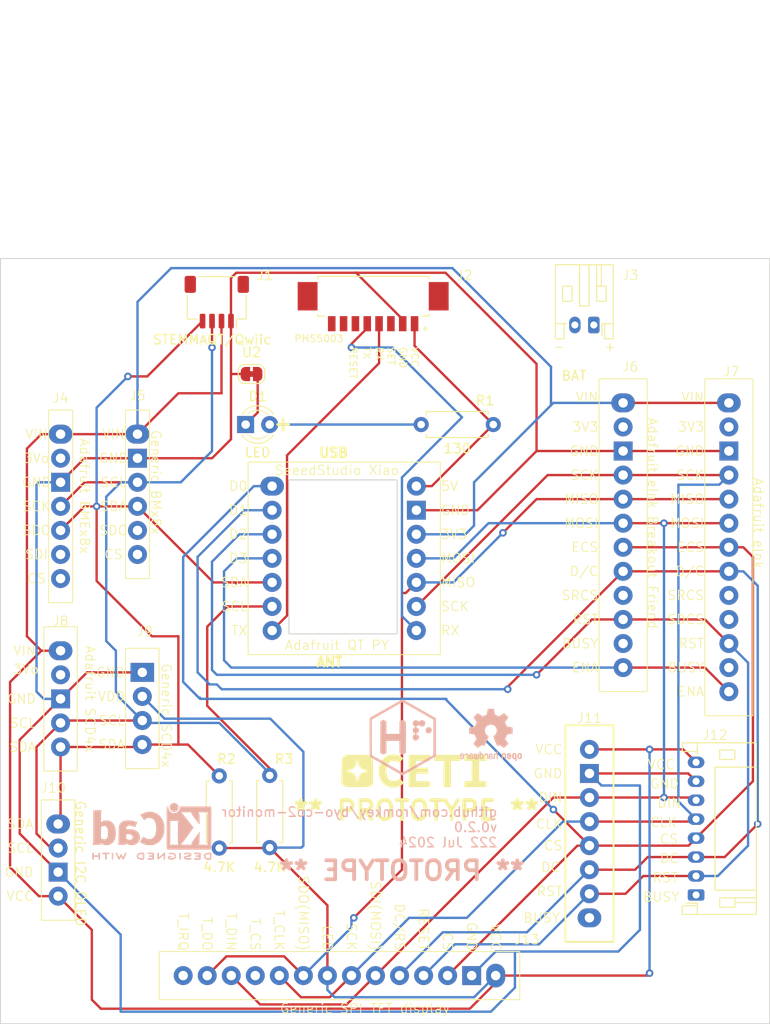
<source format=kicad_pcb>
(kicad_pcb (version 20240108) (generator "pcbnew") (generator_version "8.0")
  (title_block (title "BYO CO2 Monitor Prototype") (date "2024-07-22") (rev "0.2.0") (company "PDX Hackerspace / CETI Institute") (comment 1 "John Romkey"))
  (layers (0 "F.Cu" signal) (31 "B.Cu" signal) (34 "B.Paste" user) (35 "F.Paste" user) (36 "B.SilkS" user "B.Silkscreen") (37 "F.SilkS" user "F.Silkscreen") (38 "B.Mask" user) (39 "F.Mask" user) (44 "Edge.Cuts" user))
  (net 0 "")
  (net 1 "+3.3V")
  (net 2 "GND")
  (net 3 "/SCL")
  (net 4 "/SDA")
  (net 5 "/SCK")
  (net 6 "/SDI")
  (net 7 "/SDO")
  (net 8 "/D_CS")
  (net 9 "/DC")
  (net 10 "/D_RST")
  (net 11 "/D_ENA")
  (net 12 "+5V")
  (net 13 "/CPU_TX")
  (net 14 "/CPU_RX")
  (net 19 "Net-(D1-K)")
  (net 20 "Net-(D1-A)")
  (footprint "LED_THT:LED_D3.0mm" (layer "F.Cu") (at 73.401 58.166)
    (property "Reference" "D1")
    (property "Value" "LED")
  )
  (footprint "MountingHole:MountingHole_2.7mm_M2.5" (layer "F.Cu") (at 50.546 118.364)
    (property "Reference" "H3" (hide yes))
    (property "Value" "MountingHole" (hide yes))
  )
  (footprint "Connector_JST:JST_SH_SM04B-SRSS-TB_1x04-1MP_P1.00mm_Horizontal" (layer "F.Cu") (at 70.352 45.244 180)
    (property "Reference" "J1")
    (property "Value" "~")
  )
  (footprint "1myFootprints:Adafruit eInk Breakout Friend" (layer "F.Cu") (at 113.284 81.28)
    (property "Reference" "J6")
    (property "Value" "~" (hide yes))
  )
  (footprint "1myFootprints:Wavshare ePaper SPI" (layer "F.Cu") (at 109.728 89.916 180)
    (property "Reference" "J11")
    (property "Value" "~" (hide yes))
  )
  (footprint "MountingHole:MountingHole_2.7mm_M2.5" (layer "F.Cu") (at 50.8 43.942)
    (property "Reference" "H1" (hide yes))
    (property "Value" "MountingHole" (hide yes))
  )
  (footprint "1myFootprints:Waveshare ePaper SPI JST" (layer "F.Cu") (at 122.994 91.1215 180)
    (property "Reference" "J12")
    (property "Value" "~")
  )
  (footprint "Resistor_THT:R_Axial_DIN0207_L6.3mm_D2.5mm_P7.62mm_Horizontal" (layer "F.Cu") (at 70.612 102.87 90)
    (property "Reference" "R2")
    (property "Value" "4.7K")
  )
  (footprint "Jumper:SolderJumper-2_P1.3mm_Bridged_RoundedPad1.0x1.5mm" (layer "F.Cu") (at 74.026 52.832 180)
    (property "Reference" "U2")
    (property "Value" "~" (hide yes))
  )
  (footprint "Resistor_THT:R_Axial_DIN0207_L6.3mm_D2.5mm_P7.62mm_Horizontal" (layer "F.Cu") (at 75.946 102.824 90)
    (property "Reference" "R3")
    (property "Value" "4.7K")
  )
  (footprint "MountingHole:MountingHole_2.7mm_M2.5" (layer "F.Cu") (at 125.73 118.364)
    (property "Reference" "H4" (hide yes))
    (property "Value" "MountingHole" (hide yes))
  )
  (footprint "1myFootprints:Adafruit eInk Breakout (GENERIC)" (layer "F.Cu") (at 124.46 81.28)
    (property "Reference" "J7")
    (property "Value" "~")
  )
  (footprint "1myFootprints:PMS5003 Connector" (layer "F.Cu") (at 86.269 39.7315 180)
    (property "Reference" "J2")
    (property "Value" "~" (hide yes))
  )
  (footprint "1myFootprints:SPI_TFT_TOUCH" (layer "F.Cu") (at 64.262 118.872 -90)
    (property "Reference" "J13")
    (property "Value" "~")
  )
  (footprint "1myFootprints:CETI Institute logo" (layer "F.Cu") (at 91.544956 94.948877)
    (property "Reference" "G***" (hide yes))
    (property "Value" "LOGO" (hide yes))
  )
  (footprint "MountingHole:MountingHole_2.7mm_M2.5" (layer "F.Cu") (at 125.73 43.942)
    (property "Reference" "H2" (hide yes))
    (property "Value" "MountingHole" (hide yes))
  )
  (footprint "1myFootprints:Generic I2C OLED" (layer "F.Cu") (at 53.594 113.03)
    (property "Reference" "J10")
    (property "Value" "~" (hide yes))
  )
  (footprint "1myFootprints:Adafruit SCD4x Breakout" (layer "F.Cu") (at 53.848 97.282)
    (property "Reference" "J8")
    (property "Value" "~" (hide yes))
  )
  (footprint "Resistor_THT:R_Axial_DIN0207_L6.3mm_D2.5mm_P7.62mm_Horizontal" (layer "F.Cu") (at 99.568 58.166 180)
    (property "Reference" "R1")
    (property "Value" "130")
  )
  (footprint "1myFootprints:Generic BMx8x Breakout" (layer "F.Cu") (at 61.976 82.042)
    (property "Reference" "J5")
    (property "Value" "~" (hide yes))
  )
  (footprint "1myFootprints:Xiao ESP32S3" (layer "F.Cu") (at 81.28 84.99)
    (property "Reference" "U1" (hide yes))
    (property "Value" "~" (hide yes))
  )
  (footprint "1myFootprints:LiPo Connector" (layer "F.Cu") (at 109.188 37.508 180)
    (property "Reference" "J3")
    (property "Value" "~" (hide yes))
  )
  (footprint "1myFootprints:Generic SCD4x Breakout" (layer "F.Cu") (at 62.484 99.568)
    (property "Reference" "J9")
    (property "Value" "~" (hide yes))
  )
  (footprint "1myFootprints:Adafruit BMx8x Breakout" (layer "F.Cu") (at 53.848 82.042)
    (property "Reference" "J4")
    (property "Value" "~" (hide yes))
  )
  (footprint "1myFootprints:OSHW-Logo2_7.3x6mm_SilkScreen" (layer "B.Cu") (at 99.314 90.932 180)
    (property "Reference" "REF**" (hide yes))
    (property "Value" "OSHW-Logo2_7.3x6mm_SilkScreen" (hide yes))
  )
  (footprint "1myFootprints:CTRLH Logo" (layer "B.Cu") (at 90.17 91.186 180)
    (property "Reference" "REF**" (hide yes))
    (property "Value" "CTRLH Logo" (hide yes))
  )
  (footprint "Symbol:KiCad-Logo2_5mm_SilkScreen" (layer "B.Cu") (at 63.5 101.092 180)
    (property "Reference" "REF**" (hide yes))
    (property "Value" "KiCad-Logo2_5mm_SilkScreen" (hide yes))
  )
  (gr_rect (start 47.498 40.64) (end 128.778 121.412) (stroke (width 0.1)) (fill none) (layer "Edge.Cuts"))
  (gr_rect (start 77.978 64.008) (end 89.408 80.264) (stroke (width 0.1)) (fill none) (layer "Edge.Cuts"))
  (gr_text "** PROTOTYPE **" (at 103.124 106.426 0) (layer "B.SilkS") (effects (font (size 2 2) (thickness 0.4) (bold yes)) (justify left bottom mirror)))
  (gr_text "github.com/romkey/byo-co2-monitor\nv0.2.0\n222 Jul 2024" (at 100.076 102.87 0) (layer "B.SilkS") (effects (font (size 1 1)) (justify left bottom mirror)))
  (gr_text "+" (at 78.486 58.928 0) (layer "F.SilkS") (effects (font (size 1.5 1.5) (thickness 0.3) (bold yes)) (justify left bottom mirror)))
  (gr_text "BAT" (at 106.68 53.594 0) (layer "F.SilkS") (effects (font (size 1 1)) (justify left bottom)))
  (gr_text "** PROTOTYPE **" (at 78.232 100.076 0) (layer "F.SilkS") (effects (font (size 2 2) (thickness 0.4) (bold yes)) (justify left bottom)))
  (gr_text "STEMMAQT/Qwiic" (at 63.5 49.784 0) (layer "F.SilkS") (effects (font (size 1 1)) (justify left bottom)))
  (gr_text "Generic I2C OLED" (at 55.364 97.79 270) (layer "F.SilkS") (effects (font (size 1 1) (thickness 0.125)) (justify left bottom)))
  (gr_text "ANT" (at 80.772 83.82 0) (layer "F.SilkS") (effects (font (size 1 1) (thickness 0.25) (bold yes)) (justify left bottom)))
  (gr_text "USB" (at 81.026 61.722 0) (layer "F.SilkS") (effects (font (size 1 1) (thickness 0.25) (bold yes)) (justify left bottom)))
  (segment (start 57.15 111.506) (end 57.15 118.872) (width 0.25) (layer "F.Cu") (net 1))
  (segment (start 75.9 102.87) (end 75.946 102.824) (width 0.25) (layer "F.Cu") (net 1))
  (segment (start 48.514 85.344) (end 51.816 82.042) (width 0.25) (layer "F.Cu") (net 1))
  (segment (start 53.848 59.182) (end 51.816 59.182) (width 0.25) (layer "F.Cu") (net 1))
  (segment (start 50.292 60.706) (end 50.292 80.518) (width 0.25) (layer "F.Cu") (net 1))
  (segment (start 57.15 118.872) (end 58.108 119.83) (width 0.25) (layer "F.Cu") (net 1))
  (segment (start 82.042 116.332) (end 82.042 108.92) (width 0.25) (layer "F.Cu") (net 1))
  (segment (start 53.594 107.95) (end 51.562 107.95) (width 0.25) (layer "F.Cu") (net 1))
  (segment (start 51.816 59.182) (end 50.292 60.706) (width 0.25) (layer "F.Cu") (net 1))
  (segment (start 51.562 107.95) (end 48.514 104.902) (width 0.25) (layer "F.Cu") (net 1))
  (segment (start 48.514 104.902) (end 48.514 85.344) (width 0.25) (layer "F.Cu") (net 1))
  (segment (start 70.866 54.864) (end 70.852 54.85) (width 0.25) (layer "F.Cu") (net 1))
  (segment (start 66.294 54.864) (end 70.866 54.864) (width 0.25) (layer "F.Cu") (net 1))
  (segment (start 61.976 59.182) (end 66.294 54.864) (width 0.25) (layer "F.Cu") (net 1))
  (segment (start 99.822 116.332) (end 115.824 116.332) (width 0.25) (layer "F.Cu") (net 1))
  (segment (start 50.292 80.518) (end 51.816 82.042) (width 0.25) (layer "F.Cu") (net 1))
  (segment (start 70.612 102.87) (end 75.9 102.87) (width 0.25) (layer "F.Cu") (net 1))
  (segment (start 116.078 92.456) (end 119.6285 92.456) (width 0.25) (layer "F.Cu") (net 1))
  (segment (start 51.816 82.042) (end 53.848 82.042) (width 0.25) (layer "F.Cu") (net 1))
  (segment (start 70.852 54.85) (end 70.852 47.244) (width 0.25) (layer "F.Cu") (net 1))
  (segment (start 58.108 119.83) (end 97.086 119.83) (width 0.25) (layer "F.Cu") (net 1))
  (segment (start 53.594 107.95) (end 57.15 111.506) (width 0.25) (layer "F.Cu") (net 1))
  (segment (start 119.6285 92.456) (end 120.994 93.8215) (width 0.25) (layer "F.Cu") (net 1))
  (segment (start 61.976 59.182) (end 53.848 59.182) (width 0.25) (layer "F.Cu") (net 1))
  (segment (start 82.042 108.92) (end 75.946 102.824) (width 0.25) (layer "F.Cu") (net 1))
  (segment (start 115.824 116.332) (end 116.078 116.078) (width 0.25) (layer "F.Cu") (net 1))
  (segment (start 113.284 55.88) (end 124.46 55.88) (width 0.25) (layer "F.Cu") (net 1))
  (segment (start 109.728 92.456) (end 116.078 92.456) (width 0.25) (layer "F.Cu") (net 1))
  (segment (start 97.086 119.83) (end 99.822 117.094) (width 0.25) (layer "F.Cu") (net 1))
  (via (at 116.078 116.078) (size 0.8) (drill 0.4) (layers "F.Cu" "B.Cu") (net 1))
  (via (at 116.078 92.456) (size 0.8) (drill 0.4) (layers "F.Cu" "B.Cu") (net 1))
  (segment (start 105.664 56.134) (end 97.536 64.262) (width 0.25) (layer "B.Cu") (net 1))
  (segment (start 65.532 41.656) (end 95.25 41.656) (width 0.25) (layer "B.Cu") (net 1))
  (segment (start 113.284 55.88) (end 105.918 55.88) (width 0.25) (layer "B.Cu") (net 1))
  (segment (start 79.294 102.824) (end 75.946 102.824) (width 0.25) (layer "B.Cu") (net 1))
  (segment (start 97.536 118.618) (end 99.822 116.332) (width 0.25) (layer "B.Cu") (net 1))
  (segment (start 105.664 52.07) (end 105.664 56.134) (width 0.25) (layer "B.Cu") (net 1))
  (segment (start 64.828 89.212) (end 76.004 89.212) (width 0.25) (layer "B.Cu") (net 1))
  (segment (start 61.976 59.182) (end 61.976 45.212) (width 0.25) (layer "B.Cu") (net 1))
  (segment (start 96.62 69.75) (end 91.44 69.75) (width 0.25) (layer "B.Cu") (net 1))
  (segment (start 76.004 89.212) (end 79.502 92.71) (width 0.25) (layer "B.Cu") (net 1))
  (segment (start 95.25 41.656) (end 105.664 52.07) (width 0.25) (layer "B.Cu") (net 1))
  (segment (start 105.918 55.88) (end 105.664 56.134) (width 0.25) (layer "B.Cu") (net 1))
  (segment (start 61.976 45.212) (end 65.532 41.656) (width 0.25) (layer "B.Cu") (net 1))
  (segment (start 79.502 92.71) (end 79.502 102.616) (width 0.25) (layer "B.Cu") (net 1))
  (segment (start 62.484 86.868) (end 64.828 89.212) (width 0.25) (layer "B.Cu") (net 1))
  (segment (start 79.502 102.616) (end 79.294 102.824) (width 0.25) (layer "B.Cu") (net 1))
  (segment (start 82.042 116.332) (end 82.042 117.856) (width 0.25) (layer "B.Cu") (net 1))
  (segment (start 82.042 117.856) (end 82.804 118.618) (width 0.25) (layer "B.Cu") (net 1))
  (segment (start 82.804 118.618) (end 97.536 118.618) (width 0.25) (layer "B.Cu") (net 1))
  (segment (start 97.536 68.834) (end 96.62 69.75) (width 0.25) (layer "B.Cu") (net 1))
  (segment (start 116.078 92.456) (end 116.078 116.078) (width 0.25) (layer "B.Cu") (net 1))
  (segment (start 97.536 64.262) (end 97.536 68.834) (width 0.25) (layer "B.Cu") (net 1))
  (segment (start 56.642 84.328) (end 53.848 87.122) (width 0.25) (layer "F.Cu") (net 2))
  (segment (start 53.848 87.122) (end 49.53 91.44) (width 0.25) (layer "F.Cu") (net 2))
  (segment (start 91.44 67.21) (end 97.89 67.21) (width 0.25) (layer "F.Cu") (net 2))
  (segment (start 109.728 94.996) (end 120.1685 94.996) (width 0.25) (layer "F.Cu") (net 2))
  (segment (start 62.484 84.328) (end 56.642 84.328) (width 0.25) (layer "F.Cu") (net 2))
  (segment (start 104.14 51.7625) (end 104.14 60.96) (width 0.25) (layer "F.Cu") (net 2))
  (segment (start 49.53 101.346) (end 53.594 105.41) (width 0.25) (layer "F.Cu") (net 2))
  (segment (start 84.836 42.144) (end 94.5215 42.144) (width 0.25) (layer "F.Cu") (net 2))
  (segment (start 120.1685 94.996) (end 120.994 95.8215) (width 0.25) (layer "F.Cu") (net 2))
  (segment (start 72.41 42.144) (end 85.07 42.144) (width 0.25) (layer "F.Cu") (net 2))
  (segment (start 113.284 60.96) (end 124.46 60.96) (width 0.25) (layer "F.Cu") (net 2))
  (segment (start 104.14 60.96) (end 113.284 60.96) (width 0.25) (layer "F.Cu") (net 2))
  (segment (start 71.852 54.61) (end 71.852 59.72) (width 0.25) (layer "F.Cu") (net 2))
  (segment (start 56.388 61.722) (end 53.848 64.262) (width 0.25) (layer "F.Cu") (net 2))
  (segment (start 85.07 42.144) (end 89.999 47.073) (width 0.25) (layer "F.Cu") (net 2))
  (segment (start 97.89 67.21) (end 104.14 60.96) (width 0.25) (layer "F.Cu") (net 2))
  (segment (start 94.5215 42.144) (end 104.14 51.7625) (width 0.25) (layer "F.Cu") (net 2))
  (segment (start 73.376 52.832) (end 71.852 52.832) (width 0.25) (layer "F.Cu") (net 2))
  (segment (start 71.852 49.53) (end 71.852 52.832) (width 0.25) (layer "F.Cu") (net 2))
  (segment (start 71.852 59.72) (end 69.85 61.722) (width 0.25) (layer "F.Cu") (net 2))
  (segment (start 71.852 47.244) (end 71.852 49.53) (width 0.25) (layer "F.Cu") (net 2))
  (segment (start 69.85 61.722) (end 61.976 61.722) (width 0.25) (layer "F.Cu") (net 2))
  (segment (start 71.852 42.702) (end 72.41 42.144) (width 0.25) (layer "F.Cu") (net 2))
  (segment (start 71.852 47.244) (end 71.852 42.702) (width 0.25) (layer "F.Cu") (net 2))
  (segment (start 49.53 91.44) (end 49.53 101.346) (width 0.25) (layer "F.Cu") (net 2))
  (segment (start 89.999 47.073) (end 89.999 47.5215) (width 0.25) (layer "F.Cu") (net 2))
  (segment (start 61.976 61.722) (end 56.388 61.722) (width 0.25) (layer "F.Cu") (net 2))
  (segment (start 71.852 52.832) (end 71.852 54.61) (width 0.25) (layer "F.Cu") (net 2))
  (segment (start 101.854 117.602) (end 99.314 120.142) (width 0.25) (layer "B.Cu") (net 2))
  (segment (start 109.728 94.996) (end 110.998 96.266) (width 0.25) (layer "B.Cu") (net 2))
  (segment (start 101.854 113.792) (end 99.822 113.792) (width 0.25) (layer "B.Cu") (net 2))
  (segment (start 51.308 64.516) (end 51.308 86.36) (width 0.25) (layer "B.Cu") (net 2))
  (segment (start 53.848 64.262) (end 51.562 64.262) (width 0.25) (layer "B.Cu") (net 2))
  (segment (start 99.822 113.792) (end 97.282 116.332) (width 0.25) (layer "B.Cu") (net 2))
  (segment (start 110.998 96.266) (end 115.062 96.266) (width 0.25) (layer "B.Cu") (net 2))
  (segment (start 112.776 113.792) (end 101.854 113.792) (width 0.25) (layer "B.Cu") (net 2))
  (segment (start 52.07 87.122) (end 53.848 87.122) (width 0.25) (layer "B.Cu") (net 2))
  (segment (start 99.314 120.142) (end 60.198 120.142) (width 0.25) (layer "B.Cu") (net 2))
  (segment (start 115.062 96.266) (end 115.062 111.506) (width 0.25) (layer "B.Cu") (net 2))
  (segment (start 60.198 112.014) (end 53.594 105.41) (width 0.25) (layer "B.Cu") (net 2))
  (segment (start 60.198 120.142) (end 60.198 112.014) (width 0.25) (layer "B.Cu") (net 2))
  (segment (start 51.308 86.36) (end 52.07 87.122) (width 0.25) (layer "B.Cu") (net 2))
  (segment (start 115.062 111.506) (end 112.776 113.792) (width 0.25) (layer "B.Cu") (net 2))
  (segment (start 51.562 64.262) (end 51.308 64.516) (width 0.25) (layer "B.Cu") (net 2))
  (segment (start 101.854 113.792) (end 101.854 117.602) (width 0.25) (layer "B.Cu") (net 2))
  (segment (start 53.594 102.87) (end 52.832 102.87) (width 0.25) (layer "F.Cu") (net 3))
  (segment (start 76.2 77.37) (end 72.136 77.37) (width 0.25) (layer "F.Cu") (net 3))
  (segment (start 69.342 79.502) (end 69.342 87.861) (width 0.25) (layer "F.Cu") (net 3))
  (segment (start 51.308 101.346) (end 51.308 92.202) (width 0.25) (layer "F.Cu") (net 3))
  (segment (start 56.388 64.262) (end 53.848 66.802) (width 0.25) (layer "F.Cu") (net 3))
  (segment (start 71.474 77.37) (end 69.342 79.502) (width 0.25) (layer "F.Cu") (net 3))
  (segment (start 69.852 50.036) (end 69.85 50.038) (width 0.25) (layer "F.Cu") (net 3))
  (segment (start 51.308 92.202) (end 53.848 89.662) (width 0.25) (layer "F.Cu") (net 3))
  (segment (start 62.484 89.408) (end 54.102 89.408) (width 0.25) (layer "F.Cu") (net 3))
  (segment (start 69.852 47.244) (end 69.852 50.036) (width 0.25) (layer "F.Cu") (net 3))
  (segment (start 75.946 94.465) (end 75.946 95.204) (width 0.25) (layer "F.Cu") (net 3))
  (segment (start 72.136 77.37) (end 71.474 77.37) (width 0.25) (layer "F.Cu") (net 3))
  (segment (start 52.832 102.87) (end 51.308 101.346) (width 0.25) (layer "F.Cu") (net 3))
  (segment (start 69.342 87.861) (end 75.946 94.465) (width 0.25) (layer "F.Cu") (net 3))
  (segment (start 61.976 64.262) (end 56.388 64.262) (width 0.25) (layer "F.Cu") (net 3))
  (segment (start 72.136 77.37) (end 71.274 77.37) (width 0.25) (layer "F.Cu") (net 3))
  (via (at 69.85 50.038) (size 0.8) (drill 0.4) (layers "F.Cu" "B.Cu") (net 3))
  (segment (start 58.674 81.026) (end 59.69 82.042) (width 0.25) (layer "B.Cu") (net 3))
  (segment (start 61.976 64.262) (end 60.198 64.262) (width 0.25) (layer "B.Cu") (net 3))
  (segment (start 59.944 86.614) (end 59.944 86.868) (width 0.25) (layer "B.Cu") (net 3))
  (segment (start 59.944 86.868) (end 62.484 89.408) (width 0.25) (layer "B.Cu") (net 3))
  (segment (start 62.484 89.408) (end 62.738 89.662) (width 0.25) (layer "B.Cu") (net 3))
  (segment (start 62.738 89.662) (end 70.612 89.662) (width 0.25) (layer "B.Cu") (net 3))
  (segment (start 59.69 82.042) (end 59.69 86.36) (width 0.25) (layer "B.Cu") (net 3))
  (segment (start 60.198 64.262) (end 58.674 65.786) (width 0.25) (layer "B.Cu") (net 3))
  (segment (start 59.69 86.36) (end 59.944 86.614) (width 0.25) (layer "B.Cu") (net 3))
  (segment (start 66.548 64.262) (end 69.85 60.96) (width 0.25) (layer "B.Cu") (net 3))
  (segment (start 75.946 94.996) (end 75.946 95.204) (width 0.25) (layer "B.Cu") (net 3))
  (segment (start 61.976 64.262) (end 66.548 64.262) (width 0.25) (layer "B.Cu") (net 3))
  (segment (start 69.85 60.96) (end 69.85 50.038) (width 0.25) (layer "B.Cu") (net 3))
  (segment (start 58.674 65.786) (end 58.674 81.026) (width 0.25) (layer "B.Cu") (net 3))
  (segment (start 70.612 89.662) (end 75.946 94.996) (width 0.25) (layer "B.Cu") (net 3))
  (segment (start 66.294 80.518) (end 66.294 91.694) (width 0.25) (layer "F.Cu") (net 4))
  (segment (start 72.29 74.83) (end 72.39 74.93) (width 0.25) (layer "F.Cu") (net 4))
  (segment (start 61.976 66.802) (end 57.658 66.802) (width 0.25) (layer "F.Cu") (net 4))
  (segment (start 53.848 92.202) (end 53.848 100.076) (width 0.25) (layer "F.Cu") (net 4))
  (segment (start 61.976 66.802) (end 70.004 74.83) (width 0.25) (layer "F.Cu") (net 4))
  (segment (start 63.01 53.086) (end 68.852 47.244) (width 0.25) (layer "F.Cu") (net 4))
  (segment (start 53.848 100.076) (end 53.594 100.33) (width 0.25) (layer "F.Cu") (net 4))
  (segment (start 66.294 91.694) (end 66.294 91.948) (width 0.25) (layer "F.Cu") (net 4))
  (segment (start 57.658 66.802) (end 57.658 74.676) (width 0.25) (layer "F.Cu") (net 4))
  (segment (start 60.96 53.086) (end 63.01 53.086) (width 0.25) (layer "F.Cu") (net 4))
  (segment (start 72.39 74.93) (end 72.49 74.83) (width 0.25) (layer "F.Cu") (net 4))
  (segment (start 56.388 66.802) (end 53.848 69.342) (width 0.25) (layer "F.Cu") (net 4))
  (segment (start 57.658 66.802) (end 56.388 66.802) (width 0.25) (layer "F.Cu") (net 4))
  (segment (start 67.31 91.948) (end 70.612 95.25) (width 0.25) (layer "F.Cu") (net 4))
  (segment (start 66.294 91.948) (end 62.484 91.948) (width 0.25) (layer "F.Cu") (net 4))
  (segment (start 72.49 74.83) (end 76.2 74.83) (width 0.25) (layer "F.Cu") (net 4))
  (segment (start 66.294 91.948) (end 67.31 91.948) (width 0.25) (layer "F.Cu") (net 4))
  (segment (start 57.658 74.676) (end 63.5 80.518) (width 0.25) (layer "F.Cu") (net 4))
  (segment (start 53.848 92.202) (end 62.23 92.202) (width 0.25) (layer "F.Cu") (net 4))
  (segment (start 63.5 80.518) (end 66.294 80.518) (width 0.25) (layer "F.Cu") (net 4))
  (segment (start 70.004 74.83) (end 72.29 74.83) (width 0.25) (layer "F.Cu") (net 4))
  (via (at 60.96 53.086) (size 0.8) (drill 0.4) (layers "F.Cu" "B.Cu") (net 4))
  (via (at 57.658 66.802) (size 0.8) (drill 0.4) (layers "F.Cu" "B.Cu") (net 4))
  (segment (start 57.658 66.802) (end 57.658 56.388) (width 0.25) (layer "B.Cu") (net 4))
  (segment (start 57.658 56.388) (end 60.96 53.086) (width 0.25) (layer "B.Cu") (net 4))
  (segment (start 113.284 63.5) (end 105.31 63.5) (width 0.25) (layer "F.Cu") (net 5))
  (segment (start 82.296 118.618) (end 84.582 116.332) (width 0.25) (layer "F.Cu") (net 5))
  (segment (start 79.248 118.618) (end 82.296 118.618) (width 0.25) (layer "F.Cu") (net 5))
  (segment (start 76.962 116.332) (end 79.248 118.618) (width 0.25) (layer "F.Cu") (net 5))
  (segment (start 113.284 63.5) (end 124.46 63.5) (width 0.25) (layer "F.Cu") (net 5))
  (segment (start 105.31 63.5) (end 91.44 77.37) (width 0.25) (layer "F.Cu") (net 5))
  (segment (start 109.728 100.076) (end 120.7395 100.076) (width 0.25) (layer "F.Cu") (net 5))
  (segment (start 109.728 100.076) (end 106.934 100.076) (width 0.25) (layer "B.Cu") (net 5))
  (segment (start 119.126 97.9535) (end 120.994 99.8215) (width 0.25) (layer "B.Cu") (net 5))
  (segment (start 96.774 110.236) (end 90.678 110.236) (width 0.25) (layer "B.Cu") (net 5))
  (segment (start 96.774 110.236) (end 106.934 100.076) (width 0.25) (layer "B.Cu") (net 5))
  (segment (start 90.678 110.236) (end 84.582 116.332) (width 0.25) (layer "B.Cu") (net 5))
  (segment (start 123.444 64.516) (end 119.126 64.516) (width 0.25) (layer "B.Cu") (net 5))
  (segment (start 119.126 64.516) (end 119.126 97.9535) (width 0.25) (layer "B.Cu") (net 5))
  (segment (start 124.46 63.5) (end 123.444 64.516) (width 0.25) (layer "B.Cu") (net 5))
  (segment (start 109.728 97.536) (end 105.918 97.536) (width 0.25) (layer "F.Cu") (net 6))
  (segment (start 87.122 116.332) (end 84.074 119.38) (width 0.25) (layer "F.Cu") (net 6))
  (segment (start 84.074 119.38) (end 74.93 119.38) (width 0.25) (layer "F.Cu") (net 6))
  (segment (start 74.93 119.38) (end 71.882 116.332) (width 0.25) (layer "F.Cu") (net 6))
  (segment (start 105.918 97.536) (end 87.122 116.332) (width 0.25) (layer "F.Cu") (net 6))
  (segment (start 113.284 68.58) (end 117.602 68.58) (width 0.25) (layer "F.Cu") (net 6))
  (segment (start 117.602 97.536) (end 120.7085 97.536) (width 0.25) (layer "F.Cu") (net 6))
  (segment (start 117.602 68.58) (end 124.46 68.58) (width 0.25) (layer "F.Cu") (net 6))
  (segment (start 109.728 97.536) (end 117.602 97.536) (width 0.25) (layer "F.Cu") (net 6))
  (via (at 117.602 97.536) (size 0.8) (drill 0.4) (layers "F.Cu" "B.Cu") (net 6))
  (via (at 117.602 68.58) (size 0.8) (drill 0.4) (layers "F.Cu" "B.Cu") (net 6))
  (segment (start 95.35 72.29) (end 99.06 68.58) (width 0.25) (layer "B.Cu") (net 6))
  (segment (start 99.06 68.58) (end 113.284 68.58) (width 0.25) (layer "B.Cu") (net 6))
  (segment (start 117.602 97.536) (end 117.602 68.58) (width 0.25) (layer "B.Cu") (net 6))
  (segment (start 91.44 72.29) (end 95.35 72.29) (width 0.25) (layer "B.Cu") (net 6))
  (segment (start 90.324 75.946) (end 89.916 75.946) (width 0.25) (layer "F.Cu") (net 7))
  (segment (start 100.584 69.596) (end 104.14 66.04) (width 0.25) (layer "F.Cu") (net 7))
  (segment (start 91.44 74.83) (end 90.324 75.946) (width 0.25) (layer "F.Cu") (net 7))
  (segment (start 71.374 114.3) (end 77.47 114.3) (width 0.25) (layer "F.Cu") (net 7))
  (segment (start 104.14 66.04) (end 113.284 66.04) (width 0.25) (layer "F.Cu") (net 7))
  (segment (start 113.284 66.04) (end 124.46 66.04) (width 0.25) (layer "F.Cu") (net 7))
  (segment (start 77.47 114.3) (end 78.74 115.57) (width 0.25) (layer "F.Cu") (net 7))
  (segment (start 89.916 75.946) (end 89.916 105.156) (width 0.25) (layer "F.Cu") (net 7))
  (segment (start 89.916 105.156) (end 84.836 110.236) (width 0.25) (layer "F.Cu") (net 7))
  (segment (start 69.342 116.332) (end 71.374 114.3) (width 0.25) (layer "F.Cu") (net 7))
  (via (at 84.836 110.236) (size 0.8) (drill 0.4) (layers "F.Cu" "B.Cu") (net 7))
  (via (at 100.584 69.596) (size 0.8) (drill 0.4) (layers "F.Cu" "B.Cu") (net 7))
  (segment (start 84.836 110.236) (end 84.582 110.49) (width 0.25) (layer "B.Cu") (net 7))
  (segment (start 95.504 74.676) (end 100.584 69.596) (width 0.25) (layer "B.Cu") (net 7))
  (segment (start 84.582 110.49) (end 84.582 111.252) (width 0.25) (layer "B.Cu") (net 7))
  (segment (start 95.35 74.83) (end 95.504 74.676) (width 0.25) (layer "B.Cu") (net 7))
  (segment (start 91.44 74.83) (end 95.35 74.83) (width 0.25) (layer "B.Cu") (net 7))
  (segment (start 84.582 111.252) (end 79.502 116.332) (width 0.25) (layer "B.Cu") (net 7))
  (segment (start 127 95.8155) (end 120.994 101.8215) (width 0.25) (layer "F.Cu") (net 8))
  (segment (start 124.46 71.12) (end 125.984 71.12) (width 0.25) (layer "F.Cu") (net 8))
  (segment (start 125.984 71.12) (end 127 72.136) (width 0.25) (layer "F.Cu") (net 8))
  (segment (start 108.458 102.616) (end 94.742 116.332) (width 0.25) (layer "F.Cu") (net 8))
  (segment (start 113.284 71.12) (end 124.46 71.12) (width 0.25) (layer "F.Cu") (net 8))
  (segment (start 109.728 102.616) (end 120.1995 102.616) (width 0.25) (layer "F.Cu") (net 8))
  (segment (start 127 72.136) (end 127 95.8155) (width 0.25) (layer "F.Cu") (net 8))
  (segment (start 120.1995 102.616) (end 120.994 101.8215) (width 0.25) (layer "F.Cu") (net 8))
  (segment (start 105.918 98.806) (end 109.728 102.616) (width 0.25) (layer "F.Cu") (net 8))
  (segment (start 109.728 102.616) (end 108.458 102.616) (width 0.25) (layer "F.Cu") (net 8))
  (via (at 105.918 98.806) (size 0.8) (drill 0.4) (layers "F.Cu" "B.Cu") (net 8))
  (segment (start 68.58 86.995) (end 68.453 86.995) (width 0.25) (layer "B.Cu") (net 8))
  (segment (start 105.918 98.806) (end 105.918 98.552) (width 0.25) (layer "B.Cu") (net 8))
  (segment (start 68.453 86.995) (end 68.58 87.122) (width 0.25) (layer "B.Cu") (net 8))
  (segment (start 68.58 87.122) (end 94.615 87.122) (width 0.25) (layer "B.Cu") (net 8))
  (segment (start 94.615 87.249) (end 105.918 98.806) (width 0.25) (layer "B.Cu") (net 8))
  (segment (start 66.802 85.344) (end 66.802 72.136) (width 0.25) (layer "B.Cu") (net 8))
  (segment (start 68.453 86.995) (end 66.802 85.344) (width 0.25) (layer "B.Cu") (net 8))
  (segment (start 74.268 64.67) (end 76.2 64.67) (width 0.25) (layer "B.Cu") (net 8))
  (segment (start 66.802 72.136) (end 74.268 64.67) (width 0.25) (layer "B.Cu") (net 8))
  (segment (start 113.284 73.66) (end 124.46 73.66) (width 0.25) (layer "F.Cu") (net 9))
  (segment (start 114.554 105.156) (end 115.8885 103.8215) (width 0.25) (layer "F.Cu") (net 9))
  (segment (start 127.508 100.33) (end 124.0165 103.8215) (width 0.25) (layer "F.Cu") (net 9))
  (segment (start 101.092 85.852) (end 113.284 73.66) (width 0.25) (layer "F.Cu") (net 9))
  (segment (start 115.8885 103.8215) (end 120.994 103.8215) (width 0.25) (layer "F.Cu") (net 9))
  (segment (start 101.092 86.106) (end 101.092 85.852) (width 0.25) (layer "F.Cu") (net 9))
  (segment (start 124.0165 103.8215) (end 120.994 103.8215) (width 0.25) (layer "F.Cu") (net 9))
  (segment (start 109.728 105.156) (end 114.554 105.156) (width 0.25) (layer "F.Cu") (net 9))
  (via (at 127.508 100.33) (size 0.8) (drill 0.4) (layers "F.Cu" "B.Cu") (net 9))
  (via (at 101.092 86.106) (size 0.8) (drill 0.4) (layers "F.Cu" "B.Cu") (net 9))
  (segment (start 68.326 72.136) (end 73.252 67.21) (width 0.25) (layer "B.Cu") (net 9))
  (segment (start 94.234 111.76) (end 89.662 116.332) (width 0.25) (layer "B.Cu") (net 9))
  (segment (start 73.252 67.21) (end 76.2 67.21) (width 0.25) (layer "B.Cu") (net 9))
  (segment (start 103.124 111.76) (end 94.234 111.76) (width 0.25) (layer "B.Cu") (net 9))
  (segment (start 127.508 75.184) (end 127.508 100.076) (width 0.25) (layer "B.Cu") (net 9))
  (segment (start 70.358 85.598) (end 69.596 85.598) (width 0.25) (layer "B.Cu") (net 9))
  (segment (start 109.728 105.156) (end 103.124 111.76) (width 0.25) (layer "B.Cu") (net 9))
  (segment (start 127.508 100.076) (end 127.508 100.33) (width 0.25) (layer "B.Cu") (net 9))
  (segment (start 69.596 85.598) (end 68.326 84.328) (width 0.25) (layer "B.Cu") (net 9))
  (segment (start 125.984 73.66) (end 127.508 75.184) (width 0.25) (layer "B.Cu") (net 9))
  (segment (start 124.46 73.66) (end 125.984 73.66) (width 0.25) (layer "B.Cu") (net 9))
  (segment (start 70.866 86.106) (end 70.358 85.598) (width 0.25) (layer "B.Cu") (net 9))
  (segment (start 68.326 84.328) (end 68.326 72.136) (width 0.25) (layer "B.Cu") (net 9))
  (segment (start 101.092 86.106) (end 70.866 86.106) (width 0.25) (layer "B.Cu") (net 9))
  (segment (start 104.14 84.582) (end 109.982 78.74) (width 0.25) (layer "F.Cu") (net 10))
  (segment (start 121.92 78.74) (end 124.46 81.28) (width 0.25) (layer "F.Cu") (net 10))
  (segment (start 113.284 78.74) (end 121.92 78.74) (width 0.25) (layer "F.Cu") (net 10))
  (segment (start 109.982 78.74) (end 113.284 78.74) (width 0.25) (layer "F.Cu") (net 10))
  (segment (start 115.4125 105.8215) (end 120.994 105.8215) (width 0.25) (layer "F.Cu") (net 10))
  (segment (start 109.728 107.696) (end 113.538 107.696) (width 0.25) (layer "F.Cu") (net 10))
  (segment (start 113.538 107.696) (end 115.4125 105.8215) (width 0.25) (layer "F.Cu") (net 10))
  (via (at 104.14 84.582) (size 0.8) (drill 0.4) (layers "F.Cu" "B.Cu") (net 10))
  (segment (start 126.492 83.312) (end 126.492 102.616) (width 0.25) (layer "B.Cu") (net 10))
  (segment (start 124.46 81.28) (end 126.492 83.312) (width 0.25) (layer "B.Cu") (net 10))
  (segment (start 72.744 69.75) (end 69.85 72.644) (width 0.25) (layer "B.Cu") (net 10))
  (segment (start 109.728 107.696) (end 104.394 113.03) (width 0.25) (layer "B.Cu") (net 10))
  (segment (start 104.394 113.03) (end 95.504 113.03) (width 0.25) (layer "B.Cu") (net 10))
  (segment (start 69.85 72.644) (end 69.85 84.074) (width 0.25) (layer "B.Cu") (net 10))
  (segment (start 70.358 84.582) (end 104.14 84.582) (width 0.25) (layer "B.Cu") (net 10))
  (segment (start 123.2865 105.8215) (end 120.994 105.8215) (width 0.25) (layer "B.Cu") (net 10))
  (segment (start 126.492 102.616) (end 123.2865 105.8215) (width 0.25) (layer "B.Cu") (net 10))
  (segment (start 69.85 84.074) (end 70.358 84.582) (width 0.25) (layer "B.Cu") (net 10))
  (segment (start 76.2 69.75) (end 72.744 69.75) (width 0.25) (layer "B.Cu") (net 10))
  (segment (start 95.504 113.03) (end 92.202 116.332) (width 0.25) (layer "B.Cu") (net 10))
  (segment (start 121.92 83.82) (end 124.46 86.36) (width 0.25) (layer "F.Cu") (net 11))
  (segment (start 113.284 83.82) (end 121.92 83.82) (width 0.25) (layer "F.Cu") (net 11))
  (segment (start 71.12 73.66) (end 71.12 83.058) (width 0.25) (layer "B.Cu") (net 11))
  (segment (start 76.2 72.29) (end 72.49 72.29) (width 0.25) (layer "B.Cu") (net 11))
  (segment (start 71.12 83.058) (end 71.882 83.82) (width 0.25) (layer "B.Cu") (net 11))
  (segment (start 72.49 72.29) (end 71.12 73.66) (width 0.25) (layer "B.Cu") (net 11))
  (segment (start 71.882 83.82) (end 113.284 83.82) (width 0.25) (layer "B.Cu") (net 11))
  (segment (start 99.568 58.166) (end 91.249 49.847) (width 0.25) (layer "F.Cu") (net 12))
  (segment (start 91.44 64.67) (end 93.064 64.67) (width 0.25) (layer "F.Cu") (net 12))
  (segment (start 91.249 49.847) (end 91.249 47.5215) (width 0.25) (layer "F.Cu") (net 12))
  (segment (start 93.064 64.67) (end 99.568 58.166) (width 0.25) (layer "F.Cu") (net 12))
  (segment (start 77.775 61.417) (end 77.775 78.335) (width 0.25) (layer "F.Cu") (net 13))
  (segment (start 87.499 47.5215) (end 87.499 51.693) (width 0.25) (layer "F.Cu") (net 13))
  (segment (start 87.499 51.693) (end 77.775 61.417) (width 0.25) (layer "F.Cu") (net 13))
  (segment (start 77.775 78.335) (end 76.2 79.91) (width 0.25) (layer "F.Cu") (net 13))
  (segment (start 86.249 47.989) (end 84.582 49.656) (width 0.25) (layer "F.Cu") (net 14))
  (segment (start 84.582 49.656) (end 84.582 50.038) (width 0.25) (layer "F.Cu") (net 14))
  (via (at 84.582 50.038) (size 0.8) (drill 0.4) (layers "F.Cu" "B.Cu") (net 14))
  (segment (start 89.916 63.754) (end 89.916 78.386) (width 0.25) (layer "B.Cu") (net 14))
  (segment (start 88.9 50.038) (end 96.266 57.404) (width 0.25) (layer "B.Cu") (net 14))
  (segment (start 84.582 50.038) (end 88.9 50.038) (width 0.25) (layer "B.Cu") (net 14))
  (segment (start 89.916 78.386) (end 91.44 79.91) (width 0.25) (layer "B.Cu") (net 14))
  (segment (start 96.266 57.404) (end 89.916 63.754) (width 0.25) (layer "B.Cu") (net 14))
  (segment (start 74.676 56.891) (end 73.401 58.166) (width 0.25) (layer "F.Cu") (net 19))
  (segment (start 74.676 52.832) (end 74.676 56.891) (width 0.25) (layer "F.Cu") (net 19))
  (segment (start 75.941 58.166) (end 91.948 58.166) (width 0.25) (layer "B.Cu") (net 20))
)
</source>
